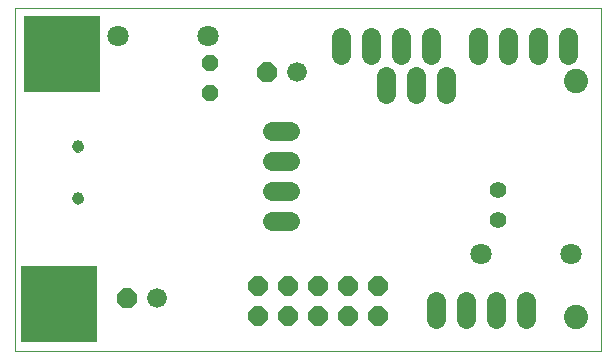
<source format=gbs>
G75*
%MOIN*%
%OFA0B0*%
%FSLAX24Y24*%
%IPPOS*%
%LPD*%
%AMOC8*
5,1,8,0,0,1.08239X$1,22.5*
%
%ADD10C,0.0000*%
%ADD11C,0.0560*%
%ADD12C,0.0394*%
%ADD13OC8,0.0640*%
%ADD14C,0.0640*%
%ADD15OC8,0.0560*%
%ADD16OC8,0.0660*%
%ADD17C,0.0660*%
%ADD18C,0.0709*%
%ADD19C,0.0808*%
%ADD20R,0.2580X0.2580*%
D10*
X000352Y000270D02*
X000352Y011716D01*
X019882Y011716D01*
X019882Y000270D01*
X000352Y000270D01*
X002275Y005374D02*
X002277Y005400D01*
X002283Y005426D01*
X002293Y005451D01*
X002306Y005474D01*
X002322Y005494D01*
X002342Y005512D01*
X002364Y005527D01*
X002387Y005539D01*
X002413Y005547D01*
X002439Y005551D01*
X002465Y005551D01*
X002491Y005547D01*
X002517Y005539D01*
X002541Y005527D01*
X002562Y005512D01*
X002582Y005494D01*
X002598Y005474D01*
X002611Y005451D01*
X002621Y005426D01*
X002627Y005400D01*
X002629Y005374D01*
X002627Y005348D01*
X002621Y005322D01*
X002611Y005297D01*
X002598Y005274D01*
X002582Y005254D01*
X002562Y005236D01*
X002540Y005221D01*
X002517Y005209D01*
X002491Y005201D01*
X002465Y005197D01*
X002439Y005197D01*
X002413Y005201D01*
X002387Y005209D01*
X002363Y005221D01*
X002342Y005236D01*
X002322Y005254D01*
X002306Y005274D01*
X002293Y005297D01*
X002283Y005322D01*
X002277Y005348D01*
X002275Y005374D01*
X002275Y007106D02*
X002277Y007132D01*
X002283Y007158D01*
X002293Y007183D01*
X002306Y007206D01*
X002322Y007226D01*
X002342Y007244D01*
X002364Y007259D01*
X002387Y007271D01*
X002413Y007279D01*
X002439Y007283D01*
X002465Y007283D01*
X002491Y007279D01*
X002517Y007271D01*
X002541Y007259D01*
X002562Y007244D01*
X002582Y007226D01*
X002598Y007206D01*
X002611Y007183D01*
X002621Y007158D01*
X002627Y007132D01*
X002629Y007106D01*
X002627Y007080D01*
X002621Y007054D01*
X002611Y007029D01*
X002598Y007006D01*
X002582Y006986D01*
X002562Y006968D01*
X002540Y006953D01*
X002517Y006941D01*
X002491Y006933D01*
X002465Y006929D01*
X002439Y006929D01*
X002413Y006933D01*
X002387Y006941D01*
X002363Y006953D01*
X002342Y006968D01*
X002322Y006986D01*
X002306Y007006D01*
X002293Y007029D01*
X002283Y007054D01*
X002277Y007080D01*
X002275Y007106D01*
D11*
X016472Y005660D03*
X016472Y004660D03*
D12*
X002452Y005374D03*
X002452Y007106D03*
D13*
X008467Y002450D03*
X009467Y002450D03*
X010467Y002450D03*
X011467Y002450D03*
X012467Y002450D03*
X012467Y001450D03*
X011467Y001450D03*
X010467Y001450D03*
X009467Y001450D03*
X008467Y001450D03*
D14*
X014392Y001350D02*
X014392Y001950D01*
X015392Y001950D02*
X015392Y001350D01*
X016392Y001350D02*
X016392Y001950D01*
X017392Y001950D02*
X017392Y001350D01*
X009532Y004630D02*
X008932Y004630D01*
X008932Y005630D02*
X009532Y005630D01*
X009532Y006630D02*
X008932Y006630D01*
X008932Y007630D02*
X009532Y007630D01*
X012722Y008840D02*
X012722Y009440D01*
X013722Y009440D02*
X013722Y008840D01*
X014722Y008840D02*
X014722Y009440D01*
X014232Y010150D02*
X014232Y010750D01*
X013232Y010750D02*
X013232Y010150D01*
X012232Y010150D02*
X012232Y010750D01*
X011232Y010750D02*
X011232Y010150D01*
X015812Y010150D02*
X015812Y010750D01*
X016812Y010750D02*
X016812Y010150D01*
X017812Y010150D02*
X017812Y010750D01*
X018812Y010750D02*
X018812Y010150D01*
D15*
X006872Y009890D03*
X006872Y008890D03*
D16*
X008752Y009600D03*
X004082Y002060D03*
D17*
X005082Y002060D03*
X009752Y009600D03*
D18*
X006802Y010780D03*
X003802Y010780D03*
X015882Y003520D03*
X018882Y003520D03*
D19*
X019062Y001415D03*
X019062Y009289D03*
D20*
X001922Y010200D03*
X001832Y001840D03*
M02*

</source>
